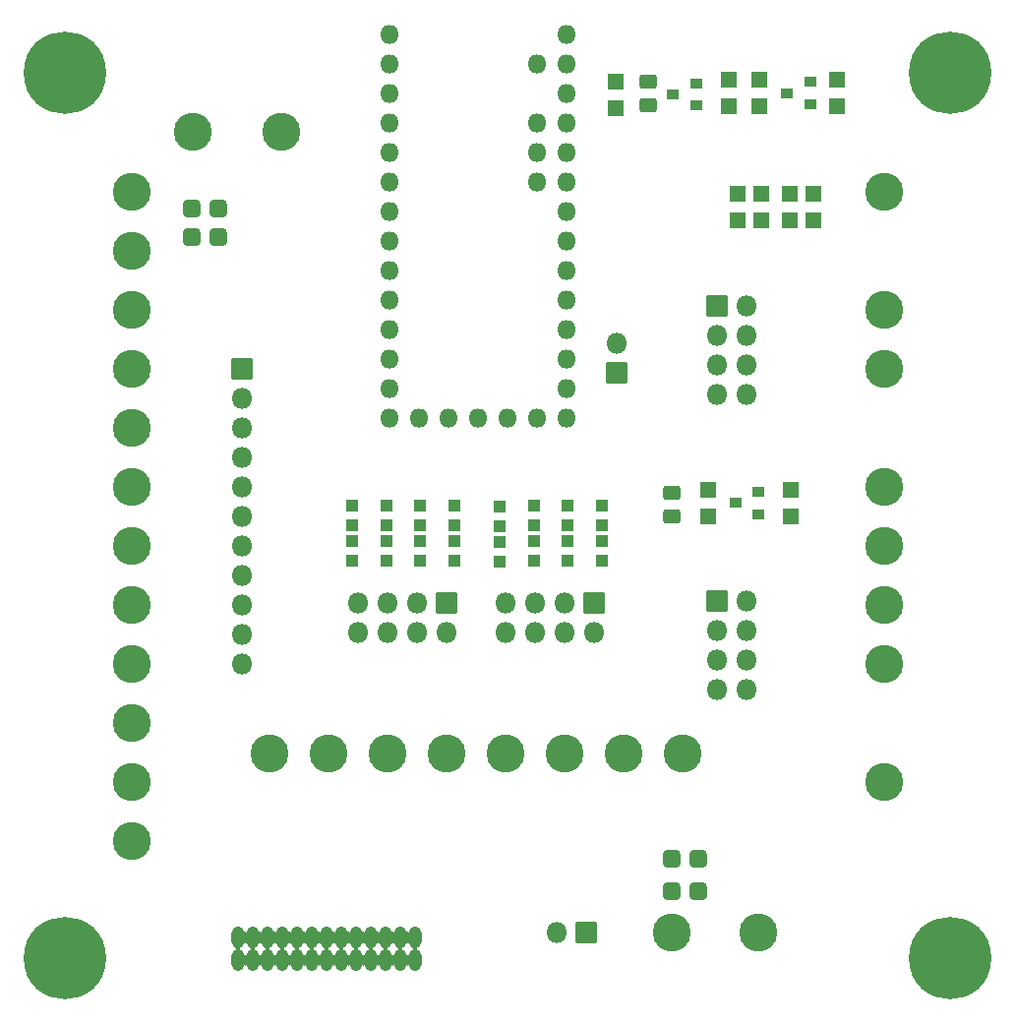
<source format=gbr>
G04 #@! TF.GenerationSoftware,KiCad,Pcbnew,(6.0.0)*
G04 #@! TF.CreationDate,2022-05-23T08:06:08-07:00*
G04 #@! TF.ProjectId,Teensy-Breakout-v4,5465656e-7379-42d4-9272-65616b6f7574,rev?*
G04 #@! TF.SameCoordinates,Original*
G04 #@! TF.FileFunction,Soldermask,Top*
G04 #@! TF.FilePolarity,Negative*
%FSLAX46Y46*%
G04 Gerber Fmt 4.6, Leading zero omitted, Abs format (unit mm)*
G04 Created by KiCad (PCBNEW (6.0.0)) date 2022-05-23 08:06:08*
%MOMM*%
%LPD*%
G01*
G04 APERTURE LIST*
G04 Aperture macros list*
%AMRoundRect*
0 Rectangle with rounded corners*
0 $1 Rounding radius*
0 $2 $3 $4 $5 $6 $7 $8 $9 X,Y pos of 4 corners*
0 Add a 4 corners polygon primitive as box body*
4,1,4,$2,$3,$4,$5,$6,$7,$8,$9,$2,$3,0*
0 Add four circle primitives for the rounded corners*
1,1,$1+$1,$2,$3*
1,1,$1+$1,$4,$5*
1,1,$1+$1,$6,$7*
1,1,$1+$1,$8,$9*
0 Add four rect primitives between the rounded corners*
20,1,$1+$1,$2,$3,$4,$5,0*
20,1,$1+$1,$4,$5,$6,$7,0*
20,1,$1+$1,$6,$7,$8,$9,0*
20,1,$1+$1,$8,$9,$2,$3,0*%
G04 Aperture macros list end*
%ADD10RoundRect,0.300800X-0.450000X0.325000X-0.450000X-0.325000X0.450000X-0.325000X0.450000X0.325000X0*%
%ADD11RoundRect,0.050800X0.450000X0.400000X-0.450000X0.400000X-0.450000X-0.400000X0.450000X-0.400000X0*%
%ADD12RoundRect,0.050800X0.650000X-0.650000X0.650000X0.650000X-0.650000X0.650000X-0.650000X-0.650000X0*%
%ADD13RoundRect,0.050800X-0.650000X0.650000X-0.650000X-0.650000X0.650000X-0.650000X0.650000X0.650000X0*%
%ADD14C,7.086600*%
%ADD15C,3.276600*%
%ADD16RoundRect,0.300800X0.450000X-0.325000X0.450000X0.325000X-0.450000X0.325000X-0.450000X-0.325000X0*%
%ADD17O,1.625600X1.625600*%
%ADD18RoundRect,0.353949X-0.395351X-0.395351X0.395351X-0.395351X0.395351X0.395351X-0.395351X0.395351X0*%
%ADD19O,1.117600X1.879600*%
%ADD20RoundRect,0.050800X-0.850000X-0.850000X0.850000X-0.850000X0.850000X0.850000X-0.850000X0.850000X0*%
%ADD21O,1.801600X1.801600*%
%ADD22RoundRect,0.050800X-0.850000X0.850000X-0.850000X-0.850000X0.850000X-0.850000X0.850000X0.850000X0*%
%ADD23RoundRect,0.050800X0.450000X-0.475000X0.450000X0.475000X-0.450000X0.475000X-0.450000X-0.475000X0*%
%ADD24RoundRect,0.050800X0.850000X0.850000X-0.850000X0.850000X-0.850000X-0.850000X0.850000X-0.850000X0*%
G04 APERTURE END LIST*
D10*
X135382000Y-98987500D03*
X135382000Y-101037500D03*
D11*
X137462199Y-63744099D03*
X137462199Y-65644099D03*
X135462199Y-64694099D03*
D12*
X138557000Y-101035500D03*
X138557000Y-98735500D03*
D13*
X145669000Y-98735500D03*
X145669000Y-101035500D03*
X140284200Y-63454900D03*
X140284200Y-65754900D03*
D14*
X83185000Y-139065000D03*
D15*
X135382000Y-136842500D03*
D16*
X133350000Y-65604500D03*
X133350000Y-63554500D03*
D15*
X142875000Y-136842500D03*
D12*
X145542000Y-75572000D03*
X145542000Y-73272000D03*
D17*
X111125000Y-59499500D03*
X111125000Y-62039500D03*
X111125000Y-64579500D03*
X111125000Y-67119500D03*
X111125000Y-69659500D03*
X111125000Y-72199500D03*
X111125000Y-74739500D03*
X111125000Y-77279500D03*
X111125000Y-79819500D03*
X111125000Y-82359500D03*
X111125000Y-84899500D03*
X111125000Y-87439500D03*
X111125000Y-89979500D03*
X111125000Y-92519500D03*
X113665000Y-92519500D03*
X116205000Y-92519500D03*
X118745000Y-92519500D03*
X121285000Y-92519500D03*
X123825000Y-92519500D03*
X126365000Y-92519500D03*
X126365000Y-89979500D03*
X126365000Y-87439500D03*
X126365000Y-84899500D03*
X126365000Y-82359500D03*
X126365000Y-79819500D03*
X126365000Y-77279500D03*
X126365000Y-74739500D03*
X126365000Y-72199500D03*
X126365000Y-69659500D03*
X126365000Y-67119500D03*
X126365000Y-64579500D03*
X126365000Y-62039500D03*
X126365000Y-59499500D03*
X123825000Y-62039500D03*
X123825000Y-67119500D03*
X123825000Y-69659500D03*
X123825000Y-72199500D03*
D15*
X153670000Y-98488500D03*
X153670000Y-88328500D03*
X153670000Y-83248500D03*
X153670000Y-108648500D03*
X153670000Y-103568500D03*
X88900000Y-123888500D03*
X88900000Y-118808500D03*
X88900000Y-113728500D03*
X88900000Y-108648500D03*
X88900000Y-103568500D03*
X88900000Y-98488500D03*
X88900000Y-93408500D03*
X88900000Y-88328500D03*
X88900000Y-83248500D03*
X88900000Y-78168500D03*
D18*
X135382000Y-130492500D03*
X137668000Y-130492500D03*
X135382000Y-133286500D03*
X137668000Y-133286500D03*
D12*
X141097000Y-75572000D03*
X141097000Y-73272000D03*
D13*
X130556000Y-63556500D03*
X130556000Y-65856500D03*
D12*
X142925800Y-65754900D03*
X142925800Y-63454900D03*
D11*
X147304000Y-63629500D03*
X147304000Y-65529500D03*
X145304000Y-64579500D03*
X142859000Y-98916501D03*
X142859000Y-100816501D03*
X140859000Y-99866501D03*
D19*
X113284000Y-137248900D03*
X113284000Y-139230100D03*
X112014000Y-137248900D03*
X112014000Y-139230100D03*
X110744000Y-137248900D03*
X110744000Y-139230100D03*
X109474000Y-137248900D03*
X109474000Y-139230100D03*
X108204000Y-137248900D03*
X108204000Y-139230100D03*
X106934000Y-137248900D03*
X106934000Y-139230100D03*
X105664000Y-137248900D03*
X105664000Y-139230100D03*
X104394000Y-137248900D03*
X104394000Y-139230100D03*
X103124000Y-137248900D03*
X103124000Y-139230100D03*
X101854000Y-137248900D03*
X101854000Y-139230100D03*
X100584000Y-137248900D03*
X100584000Y-139230100D03*
X99314000Y-137248900D03*
X99314000Y-139230100D03*
X98044000Y-137248900D03*
X98044000Y-139230100D03*
D15*
X88900000Y-128968500D03*
X153670000Y-73088500D03*
X88900000Y-73088500D03*
D14*
X83185000Y-62865000D03*
X159385000Y-139065000D03*
X159385000Y-62865000D03*
D15*
X153670000Y-123888500D03*
X153670000Y-113728500D03*
D12*
X149606000Y-65729500D03*
X149606000Y-63429500D03*
D20*
X139319000Y-82867500D03*
D21*
X141859000Y-82867500D03*
X139319000Y-85407500D03*
X141859000Y-85407500D03*
X139319000Y-87947500D03*
X141859000Y-87947500D03*
X139319000Y-90487500D03*
X141859000Y-90487500D03*
D20*
X139319000Y-108267500D03*
D21*
X141859000Y-108267500D03*
X139319000Y-110807500D03*
X141859000Y-110807500D03*
X139319000Y-113347500D03*
X141859000Y-113347500D03*
X139319000Y-115887500D03*
X141859000Y-115887500D03*
D20*
X98425000Y-88328500D03*
D21*
X98425000Y-90868500D03*
X98425000Y-93408500D03*
X98425000Y-95948500D03*
X98425000Y-98488500D03*
X98425000Y-101028500D03*
X98425000Y-103568500D03*
X98425000Y-106108500D03*
X98425000Y-108648500D03*
X98425000Y-111188500D03*
X98425000Y-113728500D03*
D22*
X128016000Y-136842500D03*
D21*
X125476000Y-136842500D03*
D23*
X107886500Y-104863000D03*
X107886500Y-103163000D03*
D22*
X128704500Y-108453000D03*
D21*
X128704500Y-110993000D03*
X126164500Y-108453000D03*
X126164500Y-110993000D03*
X123624500Y-108453000D03*
X123624500Y-110993000D03*
X121084500Y-108453000D03*
X121084500Y-110993000D03*
D15*
X100787200Y-121412000D03*
X110947200Y-121412000D03*
D18*
X94107000Y-74549000D03*
X96393000Y-74549000D03*
D23*
X116649500Y-101815000D03*
X116649500Y-100115000D03*
D15*
X136347200Y-121412000D03*
D23*
X110807500Y-101815000D03*
X110807500Y-100115000D03*
X113728500Y-104863000D03*
X113728500Y-103163000D03*
D15*
X101750000Y-67945000D03*
D12*
X143129000Y-75572000D03*
X143129000Y-73272000D03*
D23*
X120586500Y-104902000D03*
X120586500Y-103202000D03*
X129349500Y-104863000D03*
X129349500Y-103163000D03*
X116649500Y-104863000D03*
X116649500Y-103163000D03*
D15*
X121107200Y-121412000D03*
X94130000Y-67945000D03*
D23*
X110807500Y-104863000D03*
X110807500Y-103163000D03*
D12*
X147574000Y-75572000D03*
X147574000Y-73272000D03*
D22*
X116004500Y-108453000D03*
D21*
X116004500Y-110993000D03*
X113464500Y-108453000D03*
X113464500Y-110993000D03*
X110924500Y-108453000D03*
X110924500Y-110993000D03*
X108384500Y-108453000D03*
X108384500Y-110993000D03*
D15*
X105867200Y-121412000D03*
D23*
X123507500Y-104863000D03*
X123507500Y-103163000D03*
X126428500Y-104863000D03*
X126428500Y-103163000D03*
D15*
X131267200Y-121412000D03*
D23*
X120586500Y-101854000D03*
X120586500Y-100154000D03*
X107886500Y-101815000D03*
X107886500Y-100115000D03*
D15*
X116027200Y-121412000D03*
X126187200Y-121412000D03*
D23*
X129349500Y-101815000D03*
X129349500Y-100115000D03*
X123507500Y-101815000D03*
X123507500Y-100115000D03*
X126428500Y-101815000D03*
X126428500Y-100115000D03*
D24*
X130683000Y-88646000D03*
D21*
X130683000Y-86106000D03*
D18*
X94107000Y-76962000D03*
X96393000Y-76962000D03*
D23*
X113728500Y-101815000D03*
X113728500Y-100115000D03*
G36*
X101332009Y-138665530D02*
G01*
X101332369Y-138667338D01*
X101303175Y-138767826D01*
X101297200Y-138849178D01*
X101297200Y-139610968D01*
X101316244Y-139749991D01*
X101315489Y-139751842D01*
X101313507Y-139752114D01*
X101312702Y-139751512D01*
X101273985Y-139703185D01*
X101214672Y-139686959D01*
X101157096Y-139708715D01*
X101126467Y-139750411D01*
X101109415Y-139794147D01*
X101107855Y-139795397D01*
X101105991Y-139794670D01*
X101105631Y-139792862D01*
X101134825Y-139692374D01*
X101140800Y-139611022D01*
X101140800Y-138849232D01*
X101121756Y-138710209D01*
X101122511Y-138708358D01*
X101124493Y-138708086D01*
X101125298Y-138708688D01*
X101164015Y-138757015D01*
X101223328Y-138773241D01*
X101280904Y-138751485D01*
X101311533Y-138709789D01*
X101328585Y-138666053D01*
X101330145Y-138664803D01*
X101332009Y-138665530D01*
G37*
G36*
X100062009Y-138665530D02*
G01*
X100062369Y-138667338D01*
X100033175Y-138767826D01*
X100027200Y-138849178D01*
X100027200Y-139610968D01*
X100046244Y-139749991D01*
X100045489Y-139751842D01*
X100043507Y-139752114D01*
X100042702Y-139751512D01*
X100003985Y-139703185D01*
X99944672Y-139686959D01*
X99887096Y-139708715D01*
X99856467Y-139750411D01*
X99839415Y-139794147D01*
X99837855Y-139795397D01*
X99835991Y-139794670D01*
X99835631Y-139792862D01*
X99864825Y-139692374D01*
X99870800Y-139611022D01*
X99870800Y-138849232D01*
X99851756Y-138710209D01*
X99852511Y-138708358D01*
X99854493Y-138708086D01*
X99855298Y-138708688D01*
X99894015Y-138757015D01*
X99953328Y-138773241D01*
X100010904Y-138751485D01*
X100041533Y-138709789D01*
X100058585Y-138666053D01*
X100060145Y-138664803D01*
X100062009Y-138665530D01*
G37*
G36*
X112762009Y-138665530D02*
G01*
X112762369Y-138667338D01*
X112733175Y-138767826D01*
X112727200Y-138849178D01*
X112727200Y-139610968D01*
X112746244Y-139749991D01*
X112745489Y-139751842D01*
X112743507Y-139752114D01*
X112742702Y-139751512D01*
X112703985Y-139703185D01*
X112644672Y-139686959D01*
X112587096Y-139708715D01*
X112556467Y-139750411D01*
X112539415Y-139794147D01*
X112537855Y-139795397D01*
X112535991Y-139794670D01*
X112535631Y-139792862D01*
X112564825Y-139692374D01*
X112570800Y-139611022D01*
X112570800Y-138849232D01*
X112551756Y-138710209D01*
X112552511Y-138708358D01*
X112554493Y-138708086D01*
X112555298Y-138708688D01*
X112594015Y-138757015D01*
X112653328Y-138773241D01*
X112710904Y-138751485D01*
X112741533Y-138709789D01*
X112758585Y-138666053D01*
X112760145Y-138664803D01*
X112762009Y-138665530D01*
G37*
G36*
X98792009Y-138665530D02*
G01*
X98792369Y-138667338D01*
X98763175Y-138767826D01*
X98757200Y-138849178D01*
X98757200Y-139610968D01*
X98776244Y-139749991D01*
X98775489Y-139751842D01*
X98773507Y-139752114D01*
X98772702Y-139751512D01*
X98733985Y-139703185D01*
X98674672Y-139686959D01*
X98617096Y-139708715D01*
X98586467Y-139750411D01*
X98569415Y-139794147D01*
X98567855Y-139795397D01*
X98565991Y-139794670D01*
X98565631Y-139792862D01*
X98594825Y-139692374D01*
X98600800Y-139611022D01*
X98600800Y-138849232D01*
X98581756Y-138710209D01*
X98582511Y-138708358D01*
X98584493Y-138708086D01*
X98585298Y-138708688D01*
X98624015Y-138757015D01*
X98683328Y-138773241D01*
X98740904Y-138751485D01*
X98771533Y-138709789D01*
X98788585Y-138666053D01*
X98790145Y-138664803D01*
X98792009Y-138665530D01*
G37*
G36*
X111492009Y-138665530D02*
G01*
X111492369Y-138667338D01*
X111463175Y-138767826D01*
X111457200Y-138849178D01*
X111457200Y-139610968D01*
X111476244Y-139749991D01*
X111475489Y-139751842D01*
X111473507Y-139752114D01*
X111472702Y-139751512D01*
X111433985Y-139703185D01*
X111374672Y-139686959D01*
X111317096Y-139708715D01*
X111286467Y-139750411D01*
X111269415Y-139794147D01*
X111267855Y-139795397D01*
X111265991Y-139794670D01*
X111265631Y-139792862D01*
X111294825Y-139692374D01*
X111300800Y-139611022D01*
X111300800Y-138849232D01*
X111281756Y-138710209D01*
X111282511Y-138708358D01*
X111284493Y-138708086D01*
X111285298Y-138708688D01*
X111324015Y-138757015D01*
X111383328Y-138773241D01*
X111440904Y-138751485D01*
X111471533Y-138709789D01*
X111488585Y-138666053D01*
X111490145Y-138664803D01*
X111492009Y-138665530D01*
G37*
G36*
X106412009Y-138665530D02*
G01*
X106412369Y-138667338D01*
X106383175Y-138767826D01*
X106377200Y-138849178D01*
X106377200Y-139610968D01*
X106396244Y-139749991D01*
X106395489Y-139751842D01*
X106393507Y-139752114D01*
X106392702Y-139751512D01*
X106353985Y-139703185D01*
X106294672Y-139686959D01*
X106237096Y-139708715D01*
X106206467Y-139750411D01*
X106189415Y-139794147D01*
X106187855Y-139795397D01*
X106185991Y-139794670D01*
X106185631Y-139792862D01*
X106214825Y-139692374D01*
X106220800Y-139611022D01*
X106220800Y-138849232D01*
X106201756Y-138710209D01*
X106202511Y-138708358D01*
X106204493Y-138708086D01*
X106205298Y-138708688D01*
X106244015Y-138757015D01*
X106303328Y-138773241D01*
X106360904Y-138751485D01*
X106391533Y-138709789D01*
X106408585Y-138666053D01*
X106410145Y-138664803D01*
X106412009Y-138665530D01*
G37*
G36*
X107682009Y-138665530D02*
G01*
X107682369Y-138667338D01*
X107653175Y-138767826D01*
X107647200Y-138849178D01*
X107647200Y-139610968D01*
X107666244Y-139749991D01*
X107665489Y-139751842D01*
X107663507Y-139752114D01*
X107662702Y-139751512D01*
X107623985Y-139703185D01*
X107564672Y-139686959D01*
X107507096Y-139708715D01*
X107476467Y-139750411D01*
X107459415Y-139794147D01*
X107457855Y-139795397D01*
X107455991Y-139794670D01*
X107455631Y-139792862D01*
X107484825Y-139692374D01*
X107490800Y-139611022D01*
X107490800Y-138849232D01*
X107471756Y-138710209D01*
X107472511Y-138708358D01*
X107474493Y-138708086D01*
X107475298Y-138708688D01*
X107514015Y-138757015D01*
X107573328Y-138773241D01*
X107630904Y-138751485D01*
X107661533Y-138709789D01*
X107678585Y-138666053D01*
X107680145Y-138664803D01*
X107682009Y-138665530D01*
G37*
G36*
X108952009Y-138665530D02*
G01*
X108952369Y-138667338D01*
X108923175Y-138767826D01*
X108917200Y-138849178D01*
X108917200Y-139610968D01*
X108936244Y-139749991D01*
X108935489Y-139751842D01*
X108933507Y-139752114D01*
X108932702Y-139751512D01*
X108893985Y-139703185D01*
X108834672Y-139686959D01*
X108777096Y-139708715D01*
X108746467Y-139750411D01*
X108729415Y-139794147D01*
X108727855Y-139795397D01*
X108725991Y-139794670D01*
X108725631Y-139792862D01*
X108754825Y-139692374D01*
X108760800Y-139611022D01*
X108760800Y-138849232D01*
X108741756Y-138710209D01*
X108742511Y-138708358D01*
X108744493Y-138708086D01*
X108745298Y-138708688D01*
X108784015Y-138757015D01*
X108843328Y-138773241D01*
X108900904Y-138751485D01*
X108931533Y-138709789D01*
X108948585Y-138666053D01*
X108950145Y-138664803D01*
X108952009Y-138665530D01*
G37*
G36*
X103872009Y-138665530D02*
G01*
X103872369Y-138667338D01*
X103843175Y-138767826D01*
X103837200Y-138849178D01*
X103837200Y-139610968D01*
X103856244Y-139749991D01*
X103855489Y-139751842D01*
X103853507Y-139752114D01*
X103852702Y-139751512D01*
X103813985Y-139703185D01*
X103754672Y-139686959D01*
X103697096Y-139708715D01*
X103666467Y-139750411D01*
X103649415Y-139794147D01*
X103647855Y-139795397D01*
X103645991Y-139794670D01*
X103645631Y-139792862D01*
X103674825Y-139692374D01*
X103680800Y-139611022D01*
X103680800Y-138849232D01*
X103661756Y-138710209D01*
X103662511Y-138708358D01*
X103664493Y-138708086D01*
X103665298Y-138708688D01*
X103704015Y-138757015D01*
X103763328Y-138773241D01*
X103820904Y-138751485D01*
X103851533Y-138709789D01*
X103868585Y-138666053D01*
X103870145Y-138664803D01*
X103872009Y-138665530D01*
G37*
G36*
X110222009Y-138665530D02*
G01*
X110222369Y-138667338D01*
X110193175Y-138767826D01*
X110187200Y-138849178D01*
X110187200Y-139610968D01*
X110206244Y-139749991D01*
X110205489Y-139751842D01*
X110203507Y-139752114D01*
X110202702Y-139751512D01*
X110163985Y-139703185D01*
X110104672Y-139686959D01*
X110047096Y-139708715D01*
X110016467Y-139750411D01*
X109999415Y-139794147D01*
X109997855Y-139795397D01*
X109995991Y-139794670D01*
X109995631Y-139792862D01*
X110024825Y-139692374D01*
X110030800Y-139611022D01*
X110030800Y-138849232D01*
X110011756Y-138710209D01*
X110012511Y-138708358D01*
X110014493Y-138708086D01*
X110015298Y-138708688D01*
X110054015Y-138757015D01*
X110113328Y-138773241D01*
X110170904Y-138751485D01*
X110201533Y-138709789D01*
X110218585Y-138666053D01*
X110220145Y-138664803D01*
X110222009Y-138665530D01*
G37*
G36*
X105142009Y-138665530D02*
G01*
X105142369Y-138667338D01*
X105113175Y-138767826D01*
X105107200Y-138849178D01*
X105107200Y-139610968D01*
X105126244Y-139749991D01*
X105125489Y-139751842D01*
X105123507Y-139752114D01*
X105122702Y-139751512D01*
X105083985Y-139703185D01*
X105024672Y-139686959D01*
X104967096Y-139708715D01*
X104936467Y-139750411D01*
X104919415Y-139794147D01*
X104917855Y-139795397D01*
X104915991Y-139794670D01*
X104915631Y-139792862D01*
X104944825Y-139692374D01*
X104950800Y-139611022D01*
X104950800Y-138849232D01*
X104931756Y-138710209D01*
X104932511Y-138708358D01*
X104934493Y-138708086D01*
X104935298Y-138708688D01*
X104974015Y-138757015D01*
X105033328Y-138773241D01*
X105090904Y-138751485D01*
X105121533Y-138709789D01*
X105138585Y-138666053D01*
X105140145Y-138664803D01*
X105142009Y-138665530D01*
G37*
G36*
X102602009Y-138665530D02*
G01*
X102602369Y-138667338D01*
X102573175Y-138767826D01*
X102567200Y-138849178D01*
X102567200Y-139610968D01*
X102586244Y-139749991D01*
X102585489Y-139751842D01*
X102583507Y-139752114D01*
X102582702Y-139751512D01*
X102543985Y-139703185D01*
X102484672Y-139686959D01*
X102427096Y-139708715D01*
X102396467Y-139750411D01*
X102379415Y-139794147D01*
X102377855Y-139795397D01*
X102375991Y-139794670D01*
X102375631Y-139792862D01*
X102404825Y-139692374D01*
X102410800Y-139611022D01*
X102410800Y-138849232D01*
X102391756Y-138710209D01*
X102392511Y-138708358D01*
X102394493Y-138708086D01*
X102395298Y-138708688D01*
X102434015Y-138757015D01*
X102493328Y-138773241D01*
X102550904Y-138751485D01*
X102581533Y-138709789D01*
X102598585Y-138666053D01*
X102600145Y-138664803D01*
X102602009Y-138665530D01*
G37*
G36*
X108518852Y-138089706D02*
G01*
X108519760Y-138091488D01*
X108519079Y-138092889D01*
X108518992Y-138092965D01*
X108518593Y-138093236D01*
X108407680Y-138150483D01*
X108364190Y-138194431D01*
X108354888Y-138255215D01*
X108383174Y-138310017D01*
X108406599Y-138327224D01*
X108431941Y-138340642D01*
X108433004Y-138342337D01*
X108432068Y-138344104D01*
X108430328Y-138344292D01*
X108319762Y-138304486D01*
X108169040Y-138293418D01*
X108020892Y-138323289D01*
X107891145Y-138389399D01*
X107889148Y-138389294D01*
X107888240Y-138387512D01*
X107888921Y-138386111D01*
X107889008Y-138386035D01*
X107889407Y-138385764D01*
X108000320Y-138328517D01*
X108043810Y-138284569D01*
X108053112Y-138223785D01*
X108024826Y-138168983D01*
X108001401Y-138151776D01*
X107976059Y-138138358D01*
X107974996Y-138136663D01*
X107975932Y-138134896D01*
X107977672Y-138134708D01*
X108088238Y-138174514D01*
X108238960Y-138185582D01*
X108387108Y-138155711D01*
X108516855Y-138089601D01*
X108518852Y-138089706D01*
G37*
G36*
X112328852Y-138089706D02*
G01*
X112329760Y-138091488D01*
X112329079Y-138092889D01*
X112328992Y-138092965D01*
X112328593Y-138093236D01*
X112217680Y-138150483D01*
X112174190Y-138194431D01*
X112164888Y-138255215D01*
X112193174Y-138310017D01*
X112216599Y-138327224D01*
X112241941Y-138340642D01*
X112243004Y-138342337D01*
X112242068Y-138344104D01*
X112240328Y-138344292D01*
X112129762Y-138304486D01*
X111979040Y-138293418D01*
X111830892Y-138323289D01*
X111701145Y-138389399D01*
X111699148Y-138389294D01*
X111698240Y-138387512D01*
X111698921Y-138386111D01*
X111699008Y-138386035D01*
X111699407Y-138385764D01*
X111810320Y-138328517D01*
X111853810Y-138284569D01*
X111863112Y-138223785D01*
X111834826Y-138168983D01*
X111811401Y-138151776D01*
X111786059Y-138138358D01*
X111784996Y-138136663D01*
X111785932Y-138134896D01*
X111787672Y-138134708D01*
X111898238Y-138174514D01*
X112048960Y-138185582D01*
X112197108Y-138155711D01*
X112326855Y-138089601D01*
X112328852Y-138089706D01*
G37*
G36*
X113598852Y-138089706D02*
G01*
X113599760Y-138091488D01*
X113599079Y-138092889D01*
X113598992Y-138092965D01*
X113598593Y-138093236D01*
X113487680Y-138150483D01*
X113444190Y-138194431D01*
X113434888Y-138255215D01*
X113463174Y-138310017D01*
X113486599Y-138327224D01*
X113511941Y-138340642D01*
X113513004Y-138342337D01*
X113512068Y-138344104D01*
X113510328Y-138344292D01*
X113399762Y-138304486D01*
X113249040Y-138293418D01*
X113100892Y-138323289D01*
X112971145Y-138389399D01*
X112969148Y-138389294D01*
X112968240Y-138387512D01*
X112968921Y-138386111D01*
X112969008Y-138386035D01*
X112969407Y-138385764D01*
X113080320Y-138328517D01*
X113123810Y-138284569D01*
X113133112Y-138223785D01*
X113104826Y-138168983D01*
X113081401Y-138151776D01*
X113056059Y-138138358D01*
X113054996Y-138136663D01*
X113055932Y-138134896D01*
X113057672Y-138134708D01*
X113168238Y-138174514D01*
X113318960Y-138185582D01*
X113467108Y-138155711D01*
X113596855Y-138089601D01*
X113598852Y-138089706D01*
G37*
G36*
X103438852Y-138089706D02*
G01*
X103439760Y-138091488D01*
X103439079Y-138092889D01*
X103438992Y-138092965D01*
X103438593Y-138093236D01*
X103327680Y-138150483D01*
X103284190Y-138194431D01*
X103274888Y-138255215D01*
X103303174Y-138310017D01*
X103326599Y-138327224D01*
X103351941Y-138340642D01*
X103353004Y-138342337D01*
X103352068Y-138344104D01*
X103350328Y-138344292D01*
X103239762Y-138304486D01*
X103089040Y-138293418D01*
X102940892Y-138323289D01*
X102811145Y-138389399D01*
X102809148Y-138389294D01*
X102808240Y-138387512D01*
X102808921Y-138386111D01*
X102809008Y-138386035D01*
X102809407Y-138385764D01*
X102920320Y-138328517D01*
X102963810Y-138284569D01*
X102973112Y-138223785D01*
X102944826Y-138168983D01*
X102921401Y-138151776D01*
X102896059Y-138138358D01*
X102894996Y-138136663D01*
X102895932Y-138134896D01*
X102897672Y-138134708D01*
X103008238Y-138174514D01*
X103158960Y-138185582D01*
X103307108Y-138155711D01*
X103436855Y-138089601D01*
X103438852Y-138089706D01*
G37*
G36*
X107248852Y-138089706D02*
G01*
X107249760Y-138091488D01*
X107249079Y-138092889D01*
X107248992Y-138092965D01*
X107248593Y-138093236D01*
X107137680Y-138150483D01*
X107094190Y-138194431D01*
X107084888Y-138255215D01*
X107113174Y-138310017D01*
X107136599Y-138327224D01*
X107161941Y-138340642D01*
X107163004Y-138342337D01*
X107162068Y-138344104D01*
X107160328Y-138344292D01*
X107049762Y-138304486D01*
X106899040Y-138293418D01*
X106750892Y-138323289D01*
X106621145Y-138389399D01*
X106619148Y-138389294D01*
X106618240Y-138387512D01*
X106618921Y-138386111D01*
X106619008Y-138386035D01*
X106619407Y-138385764D01*
X106730320Y-138328517D01*
X106773810Y-138284569D01*
X106783112Y-138223785D01*
X106754826Y-138168983D01*
X106731401Y-138151776D01*
X106706059Y-138138358D01*
X106704996Y-138136663D01*
X106705932Y-138134896D01*
X106707672Y-138134708D01*
X106818238Y-138174514D01*
X106968960Y-138185582D01*
X107117108Y-138155711D01*
X107246855Y-138089601D01*
X107248852Y-138089706D01*
G37*
G36*
X109788852Y-138089706D02*
G01*
X109789760Y-138091488D01*
X109789079Y-138092889D01*
X109788992Y-138092965D01*
X109788593Y-138093236D01*
X109677680Y-138150483D01*
X109634190Y-138194431D01*
X109624888Y-138255215D01*
X109653174Y-138310017D01*
X109676599Y-138327224D01*
X109701941Y-138340642D01*
X109703004Y-138342337D01*
X109702068Y-138344104D01*
X109700328Y-138344292D01*
X109589762Y-138304486D01*
X109439040Y-138293418D01*
X109290892Y-138323289D01*
X109161145Y-138389399D01*
X109159148Y-138389294D01*
X109158240Y-138387512D01*
X109158921Y-138386111D01*
X109159008Y-138386035D01*
X109159407Y-138385764D01*
X109270320Y-138328517D01*
X109313810Y-138284569D01*
X109323112Y-138223785D01*
X109294826Y-138168983D01*
X109271401Y-138151776D01*
X109246059Y-138138358D01*
X109244996Y-138136663D01*
X109245932Y-138134896D01*
X109247672Y-138134708D01*
X109358238Y-138174514D01*
X109508960Y-138185582D01*
X109657108Y-138155711D01*
X109786855Y-138089601D01*
X109788852Y-138089706D01*
G37*
G36*
X105978852Y-138089706D02*
G01*
X105979760Y-138091488D01*
X105979079Y-138092889D01*
X105978992Y-138092965D01*
X105978593Y-138093236D01*
X105867680Y-138150483D01*
X105824190Y-138194431D01*
X105814888Y-138255215D01*
X105843174Y-138310017D01*
X105866599Y-138327224D01*
X105891941Y-138340642D01*
X105893004Y-138342337D01*
X105892068Y-138344104D01*
X105890328Y-138344292D01*
X105779762Y-138304486D01*
X105629040Y-138293418D01*
X105480892Y-138323289D01*
X105351145Y-138389399D01*
X105349148Y-138389294D01*
X105348240Y-138387512D01*
X105348921Y-138386111D01*
X105349008Y-138386035D01*
X105349407Y-138385764D01*
X105460320Y-138328517D01*
X105503810Y-138284569D01*
X105513112Y-138223785D01*
X105484826Y-138168983D01*
X105461401Y-138151776D01*
X105436059Y-138138358D01*
X105434996Y-138136663D01*
X105435932Y-138134896D01*
X105437672Y-138134708D01*
X105548238Y-138174514D01*
X105698960Y-138185582D01*
X105847108Y-138155711D01*
X105976855Y-138089601D01*
X105978852Y-138089706D01*
G37*
G36*
X102168852Y-138089706D02*
G01*
X102169760Y-138091488D01*
X102169079Y-138092889D01*
X102168992Y-138092965D01*
X102168593Y-138093236D01*
X102057680Y-138150483D01*
X102014190Y-138194431D01*
X102004888Y-138255215D01*
X102033174Y-138310017D01*
X102056599Y-138327224D01*
X102081941Y-138340642D01*
X102083004Y-138342337D01*
X102082068Y-138344104D01*
X102080328Y-138344292D01*
X101969762Y-138304486D01*
X101819040Y-138293418D01*
X101670892Y-138323289D01*
X101541145Y-138389399D01*
X101539148Y-138389294D01*
X101538240Y-138387512D01*
X101538921Y-138386111D01*
X101539008Y-138386035D01*
X101539407Y-138385764D01*
X101650320Y-138328517D01*
X101693810Y-138284569D01*
X101703112Y-138223785D01*
X101674826Y-138168983D01*
X101651401Y-138151776D01*
X101626059Y-138138358D01*
X101624996Y-138136663D01*
X101625932Y-138134896D01*
X101627672Y-138134708D01*
X101738238Y-138174514D01*
X101888960Y-138185582D01*
X102037108Y-138155711D01*
X102166855Y-138089601D01*
X102168852Y-138089706D01*
G37*
G36*
X98358852Y-138089706D02*
G01*
X98359760Y-138091488D01*
X98359079Y-138092889D01*
X98358992Y-138092965D01*
X98358593Y-138093236D01*
X98247680Y-138150483D01*
X98204190Y-138194431D01*
X98194888Y-138255215D01*
X98223174Y-138310017D01*
X98246599Y-138327224D01*
X98271941Y-138340642D01*
X98273004Y-138342337D01*
X98272068Y-138344104D01*
X98270328Y-138344292D01*
X98159762Y-138304486D01*
X98009040Y-138293418D01*
X97860892Y-138323289D01*
X97731145Y-138389399D01*
X97729148Y-138389294D01*
X97728240Y-138387512D01*
X97728921Y-138386111D01*
X97729008Y-138386035D01*
X97729407Y-138385764D01*
X97840320Y-138328517D01*
X97883810Y-138284569D01*
X97893112Y-138223785D01*
X97864826Y-138168983D01*
X97841401Y-138151776D01*
X97816059Y-138138358D01*
X97814996Y-138136663D01*
X97815932Y-138134896D01*
X97817672Y-138134708D01*
X97928238Y-138174514D01*
X98078960Y-138185582D01*
X98227108Y-138155711D01*
X98356855Y-138089601D01*
X98358852Y-138089706D01*
G37*
G36*
X111058852Y-138089706D02*
G01*
X111059760Y-138091488D01*
X111059079Y-138092889D01*
X111058992Y-138092965D01*
X111058593Y-138093236D01*
X110947680Y-138150483D01*
X110904190Y-138194431D01*
X110894888Y-138255215D01*
X110923174Y-138310017D01*
X110946599Y-138327224D01*
X110971941Y-138340642D01*
X110973004Y-138342337D01*
X110972068Y-138344104D01*
X110970328Y-138344292D01*
X110859762Y-138304486D01*
X110709040Y-138293418D01*
X110560892Y-138323289D01*
X110431145Y-138389399D01*
X110429148Y-138389294D01*
X110428240Y-138387512D01*
X110428921Y-138386111D01*
X110429008Y-138386035D01*
X110429407Y-138385764D01*
X110540320Y-138328517D01*
X110583810Y-138284569D01*
X110593112Y-138223785D01*
X110564826Y-138168983D01*
X110541401Y-138151776D01*
X110516059Y-138138358D01*
X110514996Y-138136663D01*
X110515932Y-138134896D01*
X110517672Y-138134708D01*
X110628238Y-138174514D01*
X110778960Y-138185582D01*
X110927108Y-138155711D01*
X111056855Y-138089601D01*
X111058852Y-138089706D01*
G37*
G36*
X99628852Y-138089706D02*
G01*
X99629760Y-138091488D01*
X99629079Y-138092889D01*
X99628992Y-138092965D01*
X99628593Y-138093236D01*
X99517680Y-138150483D01*
X99474190Y-138194431D01*
X99464888Y-138255215D01*
X99493174Y-138310017D01*
X99516599Y-138327224D01*
X99541941Y-138340642D01*
X99543004Y-138342337D01*
X99542068Y-138344104D01*
X99540328Y-138344292D01*
X99429762Y-138304486D01*
X99279040Y-138293418D01*
X99130892Y-138323289D01*
X99001145Y-138389399D01*
X98999148Y-138389294D01*
X98998240Y-138387512D01*
X98998921Y-138386111D01*
X98999008Y-138386035D01*
X98999407Y-138385764D01*
X99110320Y-138328517D01*
X99153810Y-138284569D01*
X99163112Y-138223785D01*
X99134826Y-138168983D01*
X99111401Y-138151776D01*
X99086059Y-138138358D01*
X99084996Y-138136663D01*
X99085932Y-138134896D01*
X99087672Y-138134708D01*
X99198238Y-138174514D01*
X99348960Y-138185582D01*
X99497108Y-138155711D01*
X99626855Y-138089601D01*
X99628852Y-138089706D01*
G37*
G36*
X100898852Y-138089706D02*
G01*
X100899760Y-138091488D01*
X100899079Y-138092889D01*
X100898992Y-138092965D01*
X100898593Y-138093236D01*
X100787680Y-138150483D01*
X100744190Y-138194431D01*
X100734888Y-138255215D01*
X100763174Y-138310017D01*
X100786599Y-138327224D01*
X100811941Y-138340642D01*
X100813004Y-138342337D01*
X100812068Y-138344104D01*
X100810328Y-138344292D01*
X100699762Y-138304486D01*
X100549040Y-138293418D01*
X100400892Y-138323289D01*
X100271145Y-138389399D01*
X100269148Y-138389294D01*
X100268240Y-138387512D01*
X100268921Y-138386111D01*
X100269008Y-138386035D01*
X100269407Y-138385764D01*
X100380320Y-138328517D01*
X100423810Y-138284569D01*
X100433112Y-138223785D01*
X100404826Y-138168983D01*
X100381401Y-138151776D01*
X100356059Y-138138358D01*
X100354996Y-138136663D01*
X100355932Y-138134896D01*
X100357672Y-138134708D01*
X100468238Y-138174514D01*
X100618960Y-138185582D01*
X100767108Y-138155711D01*
X100896855Y-138089601D01*
X100898852Y-138089706D01*
G37*
G36*
X104708852Y-138089706D02*
G01*
X104709760Y-138091488D01*
X104709079Y-138092889D01*
X104708992Y-138092965D01*
X104708593Y-138093236D01*
X104597680Y-138150483D01*
X104554190Y-138194431D01*
X104544888Y-138255215D01*
X104573174Y-138310017D01*
X104596599Y-138327224D01*
X104621941Y-138340642D01*
X104623004Y-138342337D01*
X104622068Y-138344104D01*
X104620328Y-138344292D01*
X104509762Y-138304486D01*
X104359040Y-138293418D01*
X104210892Y-138323289D01*
X104081145Y-138389399D01*
X104079148Y-138389294D01*
X104078240Y-138387512D01*
X104078921Y-138386111D01*
X104079008Y-138386035D01*
X104079407Y-138385764D01*
X104190320Y-138328517D01*
X104233810Y-138284569D01*
X104243112Y-138223785D01*
X104214826Y-138168983D01*
X104191401Y-138151776D01*
X104166059Y-138138358D01*
X104164996Y-138136663D01*
X104165932Y-138134896D01*
X104167672Y-138134708D01*
X104278238Y-138174514D01*
X104428960Y-138185582D01*
X104577108Y-138155711D01*
X104706855Y-138089601D01*
X104708852Y-138089706D01*
G37*
G36*
X101332009Y-136684330D02*
G01*
X101332369Y-136686138D01*
X101303175Y-136786626D01*
X101297200Y-136867978D01*
X101297200Y-137629768D01*
X101316244Y-137768791D01*
X101315489Y-137770642D01*
X101313507Y-137770914D01*
X101312702Y-137770312D01*
X101273985Y-137721985D01*
X101214672Y-137705759D01*
X101157096Y-137727515D01*
X101126467Y-137769211D01*
X101109415Y-137812947D01*
X101107855Y-137814197D01*
X101105991Y-137813470D01*
X101105631Y-137811662D01*
X101134825Y-137711174D01*
X101140800Y-137629822D01*
X101140800Y-136868032D01*
X101121756Y-136729009D01*
X101122511Y-136727158D01*
X101124493Y-136726886D01*
X101125298Y-136727488D01*
X101164015Y-136775815D01*
X101223328Y-136792041D01*
X101280904Y-136770285D01*
X101311533Y-136728589D01*
X101328585Y-136684853D01*
X101330145Y-136683603D01*
X101332009Y-136684330D01*
G37*
G36*
X103872009Y-136684330D02*
G01*
X103872369Y-136686138D01*
X103843175Y-136786626D01*
X103837200Y-136867978D01*
X103837200Y-137629768D01*
X103856244Y-137768791D01*
X103855489Y-137770642D01*
X103853507Y-137770914D01*
X103852702Y-137770312D01*
X103813985Y-137721985D01*
X103754672Y-137705759D01*
X103697096Y-137727515D01*
X103666467Y-137769211D01*
X103649415Y-137812947D01*
X103647855Y-137814197D01*
X103645991Y-137813470D01*
X103645631Y-137811662D01*
X103674825Y-137711174D01*
X103680800Y-137629822D01*
X103680800Y-136868032D01*
X103661756Y-136729009D01*
X103662511Y-136727158D01*
X103664493Y-136726886D01*
X103665298Y-136727488D01*
X103704015Y-136775815D01*
X103763328Y-136792041D01*
X103820904Y-136770285D01*
X103851533Y-136728589D01*
X103868585Y-136684853D01*
X103870145Y-136683603D01*
X103872009Y-136684330D01*
G37*
G36*
X100062009Y-136684330D02*
G01*
X100062369Y-136686138D01*
X100033175Y-136786626D01*
X100027200Y-136867978D01*
X100027200Y-137629768D01*
X100046244Y-137768791D01*
X100045489Y-137770642D01*
X100043507Y-137770914D01*
X100042702Y-137770312D01*
X100003985Y-137721985D01*
X99944672Y-137705759D01*
X99887096Y-137727515D01*
X99856467Y-137769211D01*
X99839415Y-137812947D01*
X99837855Y-137814197D01*
X99835991Y-137813470D01*
X99835631Y-137811662D01*
X99864825Y-137711174D01*
X99870800Y-137629822D01*
X99870800Y-136868032D01*
X99851756Y-136729009D01*
X99852511Y-136727158D01*
X99854493Y-136726886D01*
X99855298Y-136727488D01*
X99894015Y-136775815D01*
X99953328Y-136792041D01*
X100010904Y-136770285D01*
X100041533Y-136728589D01*
X100058585Y-136684853D01*
X100060145Y-136683603D01*
X100062009Y-136684330D01*
G37*
G36*
X110222009Y-136684330D02*
G01*
X110222369Y-136686138D01*
X110193175Y-136786626D01*
X110187200Y-136867978D01*
X110187200Y-137629768D01*
X110206244Y-137768791D01*
X110205489Y-137770642D01*
X110203507Y-137770914D01*
X110202702Y-137770312D01*
X110163985Y-137721985D01*
X110104672Y-137705759D01*
X110047096Y-137727515D01*
X110016467Y-137769211D01*
X109999415Y-137812947D01*
X109997855Y-137814197D01*
X109995991Y-137813470D01*
X109995631Y-137811662D01*
X110024825Y-137711174D01*
X110030800Y-137629822D01*
X110030800Y-136868032D01*
X110011756Y-136729009D01*
X110012511Y-136727158D01*
X110014493Y-136726886D01*
X110015298Y-136727488D01*
X110054015Y-136775815D01*
X110113328Y-136792041D01*
X110170904Y-136770285D01*
X110201533Y-136728589D01*
X110218585Y-136684853D01*
X110220145Y-136683603D01*
X110222009Y-136684330D01*
G37*
G36*
X108952009Y-136684330D02*
G01*
X108952369Y-136686138D01*
X108923175Y-136786626D01*
X108917200Y-136867978D01*
X108917200Y-137629768D01*
X108936244Y-137768791D01*
X108935489Y-137770642D01*
X108933507Y-137770914D01*
X108932702Y-137770312D01*
X108893985Y-137721985D01*
X108834672Y-137705759D01*
X108777096Y-137727515D01*
X108746467Y-137769211D01*
X108729415Y-137812947D01*
X108727855Y-137814197D01*
X108725991Y-137813470D01*
X108725631Y-137811662D01*
X108754825Y-137711174D01*
X108760800Y-137629822D01*
X108760800Y-136868032D01*
X108741756Y-136729009D01*
X108742511Y-136727158D01*
X108744493Y-136726886D01*
X108745298Y-136727488D01*
X108784015Y-136775815D01*
X108843328Y-136792041D01*
X108900904Y-136770285D01*
X108931533Y-136728589D01*
X108948585Y-136684853D01*
X108950145Y-136683603D01*
X108952009Y-136684330D01*
G37*
G36*
X107682009Y-136684330D02*
G01*
X107682369Y-136686138D01*
X107653175Y-136786626D01*
X107647200Y-136867978D01*
X107647200Y-137629768D01*
X107666244Y-137768791D01*
X107665489Y-137770642D01*
X107663507Y-137770914D01*
X107662702Y-137770312D01*
X107623985Y-137721985D01*
X107564672Y-137705759D01*
X107507096Y-137727515D01*
X107476467Y-137769211D01*
X107459415Y-137812947D01*
X107457855Y-137814197D01*
X107455991Y-137813470D01*
X107455631Y-137811662D01*
X107484825Y-137711174D01*
X107490800Y-137629822D01*
X107490800Y-136868032D01*
X107471756Y-136729009D01*
X107472511Y-136727158D01*
X107474493Y-136726886D01*
X107475298Y-136727488D01*
X107514015Y-136775815D01*
X107573328Y-136792041D01*
X107630904Y-136770285D01*
X107661533Y-136728589D01*
X107678585Y-136684853D01*
X107680145Y-136683603D01*
X107682009Y-136684330D01*
G37*
G36*
X112762009Y-136684330D02*
G01*
X112762369Y-136686138D01*
X112733175Y-136786626D01*
X112727200Y-136867978D01*
X112727200Y-137629768D01*
X112746244Y-137768791D01*
X112745489Y-137770642D01*
X112743507Y-137770914D01*
X112742702Y-137770312D01*
X112703985Y-137721985D01*
X112644672Y-137705759D01*
X112587096Y-137727515D01*
X112556467Y-137769211D01*
X112539415Y-137812947D01*
X112537855Y-137814197D01*
X112535991Y-137813470D01*
X112535631Y-137811662D01*
X112564825Y-137711174D01*
X112570800Y-137629822D01*
X112570800Y-136868032D01*
X112551756Y-136729009D01*
X112552511Y-136727158D01*
X112554493Y-136726886D01*
X112555298Y-136727488D01*
X112594015Y-136775815D01*
X112653328Y-136792041D01*
X112710904Y-136770285D01*
X112741533Y-136728589D01*
X112758585Y-136684853D01*
X112760145Y-136683603D01*
X112762009Y-136684330D01*
G37*
G36*
X106412009Y-136684330D02*
G01*
X106412369Y-136686138D01*
X106383175Y-136786626D01*
X106377200Y-136867978D01*
X106377200Y-137629768D01*
X106396244Y-137768791D01*
X106395489Y-137770642D01*
X106393507Y-137770914D01*
X106392702Y-137770312D01*
X106353985Y-137721985D01*
X106294672Y-137705759D01*
X106237096Y-137727515D01*
X106206467Y-137769211D01*
X106189415Y-137812947D01*
X106187855Y-137814197D01*
X106185991Y-137813470D01*
X106185631Y-137811662D01*
X106214825Y-137711174D01*
X106220800Y-137629822D01*
X106220800Y-136868032D01*
X106201756Y-136729009D01*
X106202511Y-136727158D01*
X106204493Y-136726886D01*
X106205298Y-136727488D01*
X106244015Y-136775815D01*
X106303328Y-136792041D01*
X106360904Y-136770285D01*
X106391533Y-136728589D01*
X106408585Y-136684853D01*
X106410145Y-136683603D01*
X106412009Y-136684330D01*
G37*
G36*
X102602009Y-136684330D02*
G01*
X102602369Y-136686138D01*
X102573175Y-136786626D01*
X102567200Y-136867978D01*
X102567200Y-137629768D01*
X102586244Y-137768791D01*
X102585489Y-137770642D01*
X102583507Y-137770914D01*
X102582702Y-137770312D01*
X102543985Y-137721985D01*
X102484672Y-137705759D01*
X102427096Y-137727515D01*
X102396467Y-137769211D01*
X102379415Y-137812947D01*
X102377855Y-137814197D01*
X102375991Y-137813470D01*
X102375631Y-137811662D01*
X102404825Y-137711174D01*
X102410800Y-137629822D01*
X102410800Y-136868032D01*
X102391756Y-136729009D01*
X102392511Y-136727158D01*
X102394493Y-136726886D01*
X102395298Y-136727488D01*
X102434015Y-136775815D01*
X102493328Y-136792041D01*
X102550904Y-136770285D01*
X102581533Y-136728589D01*
X102598585Y-136684853D01*
X102600145Y-136683603D01*
X102602009Y-136684330D01*
G37*
G36*
X105142009Y-136684330D02*
G01*
X105142369Y-136686138D01*
X105113175Y-136786626D01*
X105107200Y-136867978D01*
X105107200Y-137629768D01*
X105126244Y-137768791D01*
X105125489Y-137770642D01*
X105123507Y-137770914D01*
X105122702Y-137770312D01*
X105083985Y-137721985D01*
X105024672Y-137705759D01*
X104967096Y-137727515D01*
X104936467Y-137769211D01*
X104919415Y-137812947D01*
X104917855Y-137814197D01*
X104915991Y-137813470D01*
X104915631Y-137811662D01*
X104944825Y-137711174D01*
X104950800Y-137629822D01*
X104950800Y-136868032D01*
X104931756Y-136729009D01*
X104932511Y-136727158D01*
X104934493Y-136726886D01*
X104935298Y-136727488D01*
X104974015Y-136775815D01*
X105033328Y-136792041D01*
X105090904Y-136770285D01*
X105121533Y-136728589D01*
X105138585Y-136684853D01*
X105140145Y-136683603D01*
X105142009Y-136684330D01*
G37*
G36*
X98792009Y-136684330D02*
G01*
X98792369Y-136686138D01*
X98763175Y-136786626D01*
X98757200Y-136867978D01*
X98757200Y-137629768D01*
X98776244Y-137768791D01*
X98775489Y-137770642D01*
X98773507Y-137770914D01*
X98772702Y-137770312D01*
X98733985Y-137721985D01*
X98674672Y-137705759D01*
X98617096Y-137727515D01*
X98586467Y-137769211D01*
X98569415Y-137812947D01*
X98567855Y-137814197D01*
X98565991Y-137813470D01*
X98565631Y-137811662D01*
X98594825Y-137711174D01*
X98600800Y-137629822D01*
X98600800Y-136868032D01*
X98581756Y-136729009D01*
X98582511Y-136727158D01*
X98584493Y-136726886D01*
X98585298Y-136727488D01*
X98624015Y-136775815D01*
X98683328Y-136792041D01*
X98740904Y-136770285D01*
X98771533Y-136728589D01*
X98788585Y-136684853D01*
X98790145Y-136683603D01*
X98792009Y-136684330D01*
G37*
G36*
X111492009Y-136684330D02*
G01*
X111492369Y-136686138D01*
X111463175Y-136786626D01*
X111457200Y-136867978D01*
X111457200Y-137629768D01*
X111476244Y-137768791D01*
X111475489Y-137770642D01*
X111473507Y-137770914D01*
X111472702Y-137770312D01*
X111433985Y-137721985D01*
X111374672Y-137705759D01*
X111317096Y-137727515D01*
X111286467Y-137769211D01*
X111269415Y-137812947D01*
X111267855Y-137814197D01*
X111265991Y-137813470D01*
X111265631Y-137811662D01*
X111294825Y-137711174D01*
X111300800Y-137629822D01*
X111300800Y-136868032D01*
X111281756Y-136729009D01*
X111282511Y-136727158D01*
X111284493Y-136726886D01*
X111285298Y-136727488D01*
X111324015Y-136775815D01*
X111383328Y-136792041D01*
X111440904Y-136770285D01*
X111471533Y-136728589D01*
X111488585Y-136684853D01*
X111490145Y-136683603D01*
X111492009Y-136684330D01*
G37*
M02*

</source>
